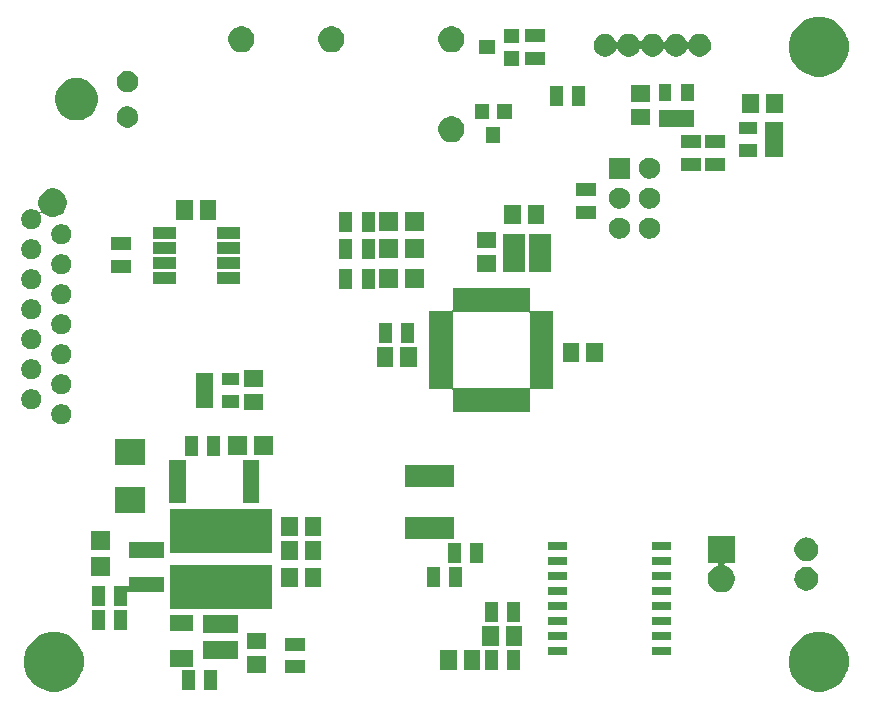
<source format=gts>
G04 #@! TF.GenerationSoftware,KiCad,Pcbnew,5.0.2-bee76a0~70~ubuntu16.04.1*
G04 #@! TF.CreationDate,2019-03-25T22:48:36-04:00*
G04 #@! TF.ProjectId,BMS_core,424d535f-636f-4726-952e-6b696361645f,rev?*
G04 #@! TF.SameCoordinates,Original*
G04 #@! TF.FileFunction,Soldermask,Top*
G04 #@! TF.FilePolarity,Negative*
%FSLAX46Y46*%
G04 Gerber Fmt 4.6, Leading zero omitted, Abs format (unit mm)*
G04 Created by KiCad (PCBNEW 5.0.2-bee76a0~70~ubuntu16.04.1) date Mon 25 Mar 2019 10:48:36 PM EDT*
%MOMM*%
%LPD*%
G01*
G04 APERTURE LIST*
%ADD10C,0.100000*%
G04 APERTURE END LIST*
D10*
G36*
X113131250Y-102347899D02*
X113131252Y-102347900D01*
X113131253Y-102347900D01*
X113590610Y-102538172D01*
X114004023Y-102814406D01*
X114355594Y-103165977D01*
X114355596Y-103165980D01*
X114631828Y-103579390D01*
X114732735Y-103823000D01*
X114822101Y-104038750D01*
X114919100Y-104526396D01*
X114919100Y-105023604D01*
X114824737Y-105498000D01*
X114822100Y-105511253D01*
X114716166Y-105767000D01*
X114631828Y-105970610D01*
X114355594Y-106384023D01*
X114004023Y-106735594D01*
X114004020Y-106735596D01*
X113590610Y-107011828D01*
X113131253Y-107202100D01*
X113131252Y-107202100D01*
X113131250Y-107202101D01*
X112643604Y-107299100D01*
X112146396Y-107299100D01*
X111658750Y-107202101D01*
X111658748Y-107202100D01*
X111658747Y-107202100D01*
X111199390Y-107011828D01*
X110785980Y-106735596D01*
X110785977Y-106735594D01*
X110434406Y-106384023D01*
X110158172Y-105970610D01*
X110073834Y-105767000D01*
X109967900Y-105511253D01*
X109965264Y-105498000D01*
X109870900Y-105023604D01*
X109870900Y-104526396D01*
X109967899Y-104038750D01*
X110057266Y-103823000D01*
X110158172Y-103579390D01*
X110434404Y-103165980D01*
X110434406Y-103165977D01*
X110785977Y-102814406D01*
X111199390Y-102538172D01*
X111658747Y-102347900D01*
X111658748Y-102347900D01*
X111658750Y-102347899D01*
X112146396Y-102250900D01*
X112643604Y-102250900D01*
X113131250Y-102347899D01*
X113131250Y-102347899D01*
G37*
G36*
X48361250Y-102347899D02*
X48361252Y-102347900D01*
X48361253Y-102347900D01*
X48820610Y-102538172D01*
X49234023Y-102814406D01*
X49585594Y-103165977D01*
X49585596Y-103165980D01*
X49861828Y-103579390D01*
X49962735Y-103823000D01*
X50052101Y-104038750D01*
X50149100Y-104526396D01*
X50149100Y-105023604D01*
X50054737Y-105498000D01*
X50052100Y-105511253D01*
X49946166Y-105767000D01*
X49861828Y-105970610D01*
X49585594Y-106384023D01*
X49234023Y-106735594D01*
X49234020Y-106735596D01*
X48820610Y-107011828D01*
X48361253Y-107202100D01*
X48361252Y-107202100D01*
X48361250Y-107202101D01*
X47873604Y-107299100D01*
X47376396Y-107299100D01*
X46888750Y-107202101D01*
X46888748Y-107202100D01*
X46888747Y-107202100D01*
X46429390Y-107011828D01*
X46015980Y-106735596D01*
X46015977Y-106735594D01*
X45664406Y-106384023D01*
X45388172Y-105970610D01*
X45303834Y-105767000D01*
X45197900Y-105511253D01*
X45195264Y-105498000D01*
X45100900Y-105023604D01*
X45100900Y-104526396D01*
X45197899Y-104038750D01*
X45287266Y-103823000D01*
X45388172Y-103579390D01*
X45664404Y-103165980D01*
X45664406Y-103165977D01*
X46015977Y-102814406D01*
X46429390Y-102538172D01*
X46888747Y-102347900D01*
X46888748Y-102347900D01*
X46888750Y-102347899D01*
X47376396Y-102250900D01*
X47873604Y-102250900D01*
X48361250Y-102347899D01*
X48361250Y-102347899D01*
G37*
G36*
X61444000Y-107149000D02*
X60344000Y-107149000D01*
X60344000Y-105449000D01*
X61444000Y-105449000D01*
X61444000Y-107149000D01*
X61444000Y-107149000D01*
G37*
G36*
X59544000Y-107149000D02*
X58444000Y-107149000D01*
X58444000Y-105449000D01*
X59544000Y-105449000D01*
X59544000Y-107149000D01*
X59544000Y-107149000D01*
G37*
G36*
X68922000Y-105767000D02*
X67222000Y-105767000D01*
X67222000Y-104667000D01*
X68922000Y-104667000D01*
X68922000Y-105767000D01*
X68922000Y-105767000D01*
G37*
G36*
X65595000Y-105713000D02*
X63945000Y-105713000D01*
X63945000Y-104313000D01*
X65595000Y-104313000D01*
X65595000Y-105713000D01*
X65595000Y-105713000D01*
G37*
G36*
X85198000Y-105498000D02*
X84098000Y-105498000D01*
X84098000Y-103798000D01*
X85198000Y-103798000D01*
X85198000Y-105498000D01*
X85198000Y-105498000D01*
G37*
G36*
X87098000Y-105498000D02*
X85998000Y-105498000D01*
X85998000Y-103798000D01*
X87098000Y-103798000D01*
X87098000Y-105498000D01*
X87098000Y-105498000D01*
G37*
G36*
X81742000Y-105473000D02*
X80342000Y-105473000D01*
X80342000Y-103823000D01*
X81742000Y-103823000D01*
X81742000Y-105473000D01*
X81742000Y-105473000D01*
G37*
G36*
X83742000Y-105473000D02*
X82342000Y-105473000D01*
X82342000Y-103823000D01*
X83742000Y-103823000D01*
X83742000Y-105473000D01*
X83742000Y-105473000D01*
G37*
G36*
X59420000Y-105197000D02*
X57420000Y-105197000D01*
X57420000Y-103797000D01*
X59420000Y-103797000D01*
X59420000Y-105197000D01*
X59420000Y-105197000D01*
G37*
G36*
X63235100Y-104509500D02*
X60285100Y-104509500D01*
X60285100Y-103049500D01*
X63235100Y-103049500D01*
X63235100Y-104509500D01*
X63235100Y-104509500D01*
G37*
G36*
X99860000Y-104236000D02*
X98260000Y-104236000D01*
X98260000Y-103536000D01*
X99860000Y-103536000D01*
X99860000Y-104236000D01*
X99860000Y-104236000D01*
G37*
G36*
X91060000Y-104236000D02*
X89460000Y-104236000D01*
X89460000Y-103536000D01*
X91060000Y-103536000D01*
X91060000Y-104236000D01*
X91060000Y-104236000D01*
G37*
G36*
X68922000Y-103867000D02*
X67222000Y-103867000D01*
X67222000Y-102767000D01*
X68922000Y-102767000D01*
X68922000Y-103867000D01*
X68922000Y-103867000D01*
G37*
G36*
X65595000Y-103713000D02*
X63945000Y-103713000D01*
X63945000Y-102313000D01*
X65595000Y-102313000D01*
X65595000Y-103713000D01*
X65595000Y-103713000D01*
G37*
G36*
X85298000Y-103441000D02*
X83898000Y-103441000D01*
X83898000Y-101791000D01*
X85298000Y-101791000D01*
X85298000Y-103441000D01*
X85298000Y-103441000D01*
G37*
G36*
X87298000Y-103441000D02*
X85898000Y-103441000D01*
X85898000Y-101791000D01*
X87298000Y-101791000D01*
X87298000Y-103441000D01*
X87298000Y-103441000D01*
G37*
G36*
X91060000Y-102966000D02*
X89460000Y-102966000D01*
X89460000Y-102266000D01*
X91060000Y-102266000D01*
X91060000Y-102966000D01*
X91060000Y-102966000D01*
G37*
G36*
X99860000Y-102966000D02*
X98260000Y-102966000D01*
X98260000Y-102266000D01*
X99860000Y-102266000D01*
X99860000Y-102966000D01*
X99860000Y-102966000D01*
G37*
G36*
X63235100Y-102309500D02*
X60285100Y-102309500D01*
X60285100Y-100849500D01*
X63235100Y-100849500D01*
X63235100Y-102309500D01*
X63235100Y-102309500D01*
G37*
G36*
X59420000Y-102197000D02*
X57420000Y-102197000D01*
X57420000Y-100797000D01*
X59420000Y-100797000D01*
X59420000Y-102197000D01*
X59420000Y-102197000D01*
G37*
G36*
X53824000Y-102069000D02*
X52724000Y-102069000D01*
X52724000Y-100369000D01*
X53824000Y-100369000D01*
X53824000Y-102069000D01*
X53824000Y-102069000D01*
G37*
G36*
X51924000Y-102069000D02*
X50824000Y-102069000D01*
X50824000Y-100369000D01*
X51924000Y-100369000D01*
X51924000Y-102069000D01*
X51924000Y-102069000D01*
G37*
G36*
X91060000Y-101696000D02*
X89460000Y-101696000D01*
X89460000Y-100996000D01*
X91060000Y-100996000D01*
X91060000Y-101696000D01*
X91060000Y-101696000D01*
G37*
G36*
X99860000Y-101696000D02*
X98260000Y-101696000D01*
X98260000Y-100996000D01*
X99860000Y-100996000D01*
X99860000Y-101696000D01*
X99860000Y-101696000D01*
G37*
G36*
X87098000Y-101434000D02*
X85998000Y-101434000D01*
X85998000Y-99734000D01*
X87098000Y-99734000D01*
X87098000Y-101434000D01*
X87098000Y-101434000D01*
G37*
G36*
X85198000Y-101434000D02*
X84098000Y-101434000D01*
X84098000Y-99734000D01*
X85198000Y-99734000D01*
X85198000Y-101434000D01*
X85198000Y-101434000D01*
G37*
G36*
X99860000Y-100426000D02*
X98260000Y-100426000D01*
X98260000Y-99726000D01*
X99860000Y-99726000D01*
X99860000Y-100426000D01*
X99860000Y-100426000D01*
G37*
G36*
X91060000Y-100426000D02*
X89460000Y-100426000D01*
X89460000Y-99726000D01*
X91060000Y-99726000D01*
X91060000Y-100426000D01*
X91060000Y-100426000D01*
G37*
G36*
X66085500Y-100275500D02*
X57485500Y-100275500D01*
X57485500Y-96575500D01*
X66085500Y-96575500D01*
X66085500Y-100275500D01*
X66085500Y-100275500D01*
G37*
G36*
X56929500Y-98879500D02*
X53949000Y-98879500D01*
X53924614Y-98881902D01*
X53901165Y-98889015D01*
X53879554Y-98900566D01*
X53860612Y-98916112D01*
X53845066Y-98935054D01*
X53833515Y-98956665D01*
X53826402Y-98980114D01*
X53824000Y-99004500D01*
X53824000Y-100037000D01*
X52724000Y-100037000D01*
X52724000Y-98337000D01*
X53904500Y-98337000D01*
X53928886Y-98334598D01*
X53952335Y-98327485D01*
X53973946Y-98315934D01*
X53992888Y-98300388D01*
X54008434Y-98281446D01*
X54019985Y-98259835D01*
X54027098Y-98236386D01*
X54029500Y-98212000D01*
X54029500Y-97579500D01*
X56929500Y-97579500D01*
X56929500Y-98879500D01*
X56929500Y-98879500D01*
G37*
G36*
X51924000Y-100037000D02*
X50824000Y-100037000D01*
X50824000Y-98337000D01*
X51924000Y-98337000D01*
X51924000Y-100037000D01*
X51924000Y-100037000D01*
G37*
G36*
X91060000Y-99156000D02*
X89460000Y-99156000D01*
X89460000Y-98456000D01*
X91060000Y-98456000D01*
X91060000Y-99156000D01*
X91060000Y-99156000D01*
G37*
G36*
X99860000Y-99156000D02*
X98260000Y-99156000D01*
X98260000Y-98456000D01*
X99860000Y-98456000D01*
X99860000Y-99156000D01*
X99860000Y-99156000D01*
G37*
G36*
X105290000Y-96400000D02*
X104514323Y-96400000D01*
X104489937Y-96402402D01*
X104466488Y-96409515D01*
X104444877Y-96421066D01*
X104425935Y-96436612D01*
X104410389Y-96455554D01*
X104398838Y-96477165D01*
X104391725Y-96500614D01*
X104389323Y-96525000D01*
X104391725Y-96549386D01*
X104398838Y-96572835D01*
X104410389Y-96594446D01*
X104425935Y-96613388D01*
X104444877Y-96628934D01*
X104466488Y-96640485D01*
X104475442Y-96644194D01*
X104475443Y-96644194D01*
X104543741Y-96672484D01*
X104684728Y-96730883D01*
X104873085Y-96856739D01*
X105033261Y-97016915D01*
X105159117Y-97205272D01*
X105245806Y-97414557D01*
X105290000Y-97636734D01*
X105290000Y-97863266D01*
X105245806Y-98085443D01*
X105159117Y-98294728D01*
X105033261Y-98483085D01*
X104873085Y-98643261D01*
X104684728Y-98769117D01*
X104475443Y-98855806D01*
X104253266Y-98900000D01*
X104026734Y-98900000D01*
X103804557Y-98855806D01*
X103595272Y-98769117D01*
X103406915Y-98643261D01*
X103246739Y-98483085D01*
X103120883Y-98294728D01*
X103034194Y-98085443D01*
X102990000Y-97863266D01*
X102990000Y-97636734D01*
X103034194Y-97414557D01*
X103120883Y-97205272D01*
X103246739Y-97016915D01*
X103406915Y-96856739D01*
X103595272Y-96730883D01*
X103736259Y-96672484D01*
X103804557Y-96644194D01*
X103804558Y-96644194D01*
X103813512Y-96640485D01*
X103835123Y-96628934D01*
X103854065Y-96613388D01*
X103869611Y-96594446D01*
X103881162Y-96572835D01*
X103888275Y-96549386D01*
X103890677Y-96525000D01*
X103888275Y-96500614D01*
X103881162Y-96477165D01*
X103869611Y-96455554D01*
X103854065Y-96436612D01*
X103835123Y-96421066D01*
X103813512Y-96409515D01*
X103790063Y-96402402D01*
X103765677Y-96400000D01*
X102990000Y-96400000D01*
X102990000Y-94100000D01*
X105290000Y-94100000D01*
X105290000Y-96400000D01*
X105290000Y-96400000D01*
G37*
G36*
X111495770Y-96765372D02*
X111611689Y-96788429D01*
X111793678Y-96863811D01*
X111957463Y-96973249D01*
X112096751Y-97112537D01*
X112206189Y-97276322D01*
X112281571Y-97458311D01*
X112304628Y-97574230D01*
X112320000Y-97651507D01*
X112320000Y-97848493D01*
X112317061Y-97863266D01*
X112281571Y-98041689D01*
X112206189Y-98223678D01*
X112096751Y-98387463D01*
X111957463Y-98526751D01*
X111793678Y-98636189D01*
X111611689Y-98711571D01*
X111495770Y-98734628D01*
X111418493Y-98750000D01*
X111221507Y-98750000D01*
X111144230Y-98734628D01*
X111028311Y-98711571D01*
X110846322Y-98636189D01*
X110682537Y-98526751D01*
X110543249Y-98387463D01*
X110433811Y-98223678D01*
X110358429Y-98041689D01*
X110322939Y-97863266D01*
X110320000Y-97848493D01*
X110320000Y-97651507D01*
X110335372Y-97574230D01*
X110358429Y-97458311D01*
X110433811Y-97276322D01*
X110543249Y-97112537D01*
X110682537Y-96973249D01*
X110846322Y-96863811D01*
X111028311Y-96788429D01*
X111144230Y-96765372D01*
X111221507Y-96750000D01*
X111418493Y-96750000D01*
X111495770Y-96765372D01*
X111495770Y-96765372D01*
G37*
G36*
X70280000Y-98488000D02*
X68880000Y-98488000D01*
X68880000Y-96838000D01*
X70280000Y-96838000D01*
X70280000Y-98488000D01*
X70280000Y-98488000D01*
G37*
G36*
X68280000Y-98488000D02*
X66880000Y-98488000D01*
X66880000Y-96838000D01*
X68280000Y-96838000D01*
X68280000Y-98488000D01*
X68280000Y-98488000D01*
G37*
G36*
X82193511Y-98447383D02*
X81093511Y-98447383D01*
X81093511Y-96747383D01*
X82193511Y-96747383D01*
X82193511Y-98447383D01*
X82193511Y-98447383D01*
G37*
G36*
X80293511Y-98447383D02*
X79193511Y-98447383D01*
X79193511Y-96747383D01*
X80293511Y-96747383D01*
X80293511Y-98447383D01*
X80293511Y-98447383D01*
G37*
G36*
X91060000Y-97886000D02*
X89460000Y-97886000D01*
X89460000Y-97186000D01*
X91060000Y-97186000D01*
X91060000Y-97886000D01*
X91060000Y-97886000D01*
G37*
G36*
X99860000Y-97886000D02*
X98260000Y-97886000D01*
X98260000Y-97186000D01*
X99860000Y-97186000D01*
X99860000Y-97886000D01*
X99860000Y-97886000D01*
G37*
G36*
X52362000Y-97531000D02*
X50762000Y-97531000D01*
X50762000Y-95931000D01*
X52362000Y-95931000D01*
X52362000Y-97531000D01*
X52362000Y-97531000D01*
G37*
G36*
X91060000Y-96616000D02*
X89460000Y-96616000D01*
X89460000Y-95916000D01*
X91060000Y-95916000D01*
X91060000Y-96616000D01*
X91060000Y-96616000D01*
G37*
G36*
X99860000Y-96616000D02*
X98260000Y-96616000D01*
X98260000Y-95916000D01*
X99860000Y-95916000D01*
X99860000Y-96616000D01*
X99860000Y-96616000D01*
G37*
G36*
X83971511Y-96415383D02*
X82871511Y-96415383D01*
X82871511Y-94715383D01*
X83971511Y-94715383D01*
X83971511Y-96415383D01*
X83971511Y-96415383D01*
G37*
G36*
X82071511Y-96415383D02*
X80971511Y-96415383D01*
X80971511Y-94715383D01*
X82071511Y-94715383D01*
X82071511Y-96415383D01*
X82071511Y-96415383D01*
G37*
G36*
X111495770Y-94265372D02*
X111611689Y-94288429D01*
X111793678Y-94363811D01*
X111957463Y-94473249D01*
X112096751Y-94612537D01*
X112206189Y-94776322D01*
X112281571Y-94958311D01*
X112320000Y-95151509D01*
X112320000Y-95348491D01*
X112281571Y-95541689D01*
X112206189Y-95723678D01*
X112096751Y-95887463D01*
X111957463Y-96026751D01*
X111793678Y-96136189D01*
X111611689Y-96211571D01*
X111495770Y-96234628D01*
X111418493Y-96250000D01*
X111221507Y-96250000D01*
X111144230Y-96234628D01*
X111028311Y-96211571D01*
X110846322Y-96136189D01*
X110682537Y-96026751D01*
X110543249Y-95887463D01*
X110433811Y-95723678D01*
X110358429Y-95541689D01*
X110320000Y-95348491D01*
X110320000Y-95151509D01*
X110358429Y-94958311D01*
X110433811Y-94776322D01*
X110543249Y-94612537D01*
X110682537Y-94473249D01*
X110846322Y-94363811D01*
X111028311Y-94288429D01*
X111144230Y-94265372D01*
X111221507Y-94250000D01*
X111418493Y-94250000D01*
X111495770Y-94265372D01*
X111495770Y-94265372D01*
G37*
G36*
X70280000Y-96202000D02*
X68880000Y-96202000D01*
X68880000Y-94552000D01*
X70280000Y-94552000D01*
X70280000Y-96202000D01*
X70280000Y-96202000D01*
G37*
G36*
X68280000Y-96202000D02*
X66880000Y-96202000D01*
X66880000Y-94552000D01*
X68280000Y-94552000D01*
X68280000Y-96202000D01*
X68280000Y-96202000D01*
G37*
G36*
X56929500Y-95979500D02*
X54029500Y-95979500D01*
X54029500Y-94679500D01*
X56929500Y-94679500D01*
X56929500Y-95979500D01*
X56929500Y-95979500D01*
G37*
G36*
X66085500Y-95575500D02*
X57485500Y-95575500D01*
X57485500Y-91875500D01*
X66085500Y-91875500D01*
X66085500Y-95575500D01*
X66085500Y-95575500D01*
G37*
G36*
X99860000Y-95346000D02*
X98260000Y-95346000D01*
X98260000Y-94646000D01*
X99860000Y-94646000D01*
X99860000Y-95346000D01*
X99860000Y-95346000D01*
G37*
G36*
X91060000Y-95346000D02*
X89460000Y-95346000D01*
X89460000Y-94646000D01*
X91060000Y-94646000D01*
X91060000Y-95346000D01*
X91060000Y-95346000D01*
G37*
G36*
X52362000Y-95331000D02*
X50762000Y-95331000D01*
X50762000Y-93731000D01*
X52362000Y-93731000D01*
X52362000Y-95331000D01*
X52362000Y-95331000D01*
G37*
G36*
X81523511Y-94347383D02*
X77323511Y-94347383D01*
X77323511Y-92547383D01*
X81523511Y-92547383D01*
X81523511Y-94347383D01*
X81523511Y-94347383D01*
G37*
G36*
X68280000Y-94170000D02*
X66880000Y-94170000D01*
X66880000Y-92520000D01*
X68280000Y-92520000D01*
X68280000Y-94170000D01*
X68280000Y-94170000D01*
G37*
G36*
X70280000Y-94170000D02*
X68880000Y-94170000D01*
X68880000Y-92520000D01*
X70280000Y-92520000D01*
X70280000Y-94170000D01*
X70280000Y-94170000D01*
G37*
G36*
X55381500Y-92148000D02*
X52822500Y-92148000D01*
X52822500Y-89970000D01*
X55381500Y-89970000D01*
X55381500Y-92148000D01*
X55381500Y-92148000D01*
G37*
G36*
X65014000Y-91335000D02*
X63614000Y-91335000D01*
X63614000Y-87735000D01*
X65014000Y-87735000D01*
X65014000Y-91335000D01*
X65014000Y-91335000D01*
G37*
G36*
X58814000Y-91335000D02*
X57414000Y-91335000D01*
X57414000Y-87735000D01*
X58814000Y-87735000D01*
X58814000Y-91335000D01*
X58814000Y-91335000D01*
G37*
G36*
X81523511Y-89947383D02*
X77323511Y-89947383D01*
X77323511Y-88147383D01*
X81523511Y-88147383D01*
X81523511Y-89947383D01*
X81523511Y-89947383D01*
G37*
G36*
X55381500Y-88084000D02*
X52822500Y-88084000D01*
X52822500Y-85906000D01*
X55381500Y-85906000D01*
X55381500Y-88084000D01*
X55381500Y-88084000D01*
G37*
G36*
X61698000Y-87337000D02*
X60598000Y-87337000D01*
X60598000Y-85637000D01*
X61698000Y-85637000D01*
X61698000Y-87337000D01*
X61698000Y-87337000D01*
G37*
G36*
X59798000Y-87337000D02*
X58698000Y-87337000D01*
X58698000Y-85637000D01*
X59798000Y-85637000D01*
X59798000Y-87337000D01*
X59798000Y-87337000D01*
G37*
G36*
X63962000Y-87287000D02*
X62362000Y-87287000D01*
X62362000Y-85687000D01*
X63962000Y-85687000D01*
X63962000Y-87287000D01*
X63962000Y-87287000D01*
G37*
G36*
X66162000Y-87287000D02*
X64562000Y-87287000D01*
X64562000Y-85687000D01*
X66162000Y-85687000D01*
X66162000Y-87287000D01*
X66162000Y-87287000D01*
G37*
G36*
X48507934Y-83002664D02*
X48662627Y-83066740D01*
X48801847Y-83159764D01*
X48920236Y-83278153D01*
X49013260Y-83417373D01*
X49077336Y-83572066D01*
X49110000Y-83736281D01*
X49110000Y-83903719D01*
X49077336Y-84067934D01*
X49013260Y-84222627D01*
X48920236Y-84361847D01*
X48801847Y-84480236D01*
X48662627Y-84573260D01*
X48507934Y-84637336D01*
X48343719Y-84670000D01*
X48176281Y-84670000D01*
X48012066Y-84637336D01*
X47857373Y-84573260D01*
X47718153Y-84480236D01*
X47599764Y-84361847D01*
X47506740Y-84222627D01*
X47442664Y-84067934D01*
X47410000Y-83903719D01*
X47410000Y-83736281D01*
X47442664Y-83572066D01*
X47506740Y-83417373D01*
X47599764Y-83278153D01*
X47718153Y-83159764D01*
X47857373Y-83066740D01*
X48012066Y-83002664D01*
X48176281Y-82970000D01*
X48343719Y-82970000D01*
X48507934Y-83002664D01*
X48507934Y-83002664D01*
G37*
G36*
X87930257Y-74992242D02*
X87932659Y-75016628D01*
X87939772Y-75040077D01*
X87951323Y-75061688D01*
X87966869Y-75080630D01*
X87985811Y-75096176D01*
X88007422Y-75107727D01*
X88030871Y-75114840D01*
X88055257Y-75117242D01*
X89905257Y-75117242D01*
X89905257Y-81667242D01*
X88055257Y-81667242D01*
X88030871Y-81669644D01*
X88007422Y-81676757D01*
X87985811Y-81688308D01*
X87966869Y-81703854D01*
X87951323Y-81722796D01*
X87939772Y-81744407D01*
X87932659Y-81767856D01*
X87930257Y-81792242D01*
X87930257Y-83642242D01*
X81380257Y-83642242D01*
X81380257Y-81792242D01*
X81377855Y-81767856D01*
X81370742Y-81744407D01*
X81359191Y-81722796D01*
X81343645Y-81703854D01*
X81324703Y-81688308D01*
X81303092Y-81676757D01*
X81279643Y-81669644D01*
X81255257Y-81667242D01*
X79405257Y-81667242D01*
X79405257Y-75267242D01*
X81405257Y-75267242D01*
X81405257Y-81517242D01*
X81407659Y-81541628D01*
X81414772Y-81565077D01*
X81426323Y-81586688D01*
X81441869Y-81605630D01*
X81460811Y-81621176D01*
X81482422Y-81632727D01*
X81505871Y-81639840D01*
X81530257Y-81642242D01*
X87780257Y-81642242D01*
X87804643Y-81639840D01*
X87828092Y-81632727D01*
X87849703Y-81621176D01*
X87868645Y-81605630D01*
X87884191Y-81586688D01*
X87895742Y-81565077D01*
X87902855Y-81541628D01*
X87905257Y-81517242D01*
X87905257Y-75267242D01*
X87902855Y-75242856D01*
X87895742Y-75219407D01*
X87884191Y-75197796D01*
X87868645Y-75178854D01*
X87849703Y-75163308D01*
X87828092Y-75151757D01*
X87804643Y-75144644D01*
X87780257Y-75142242D01*
X81530257Y-75142242D01*
X81505871Y-75144644D01*
X81482422Y-75151757D01*
X81460811Y-75163308D01*
X81441869Y-75178854D01*
X81426323Y-75197796D01*
X81414772Y-75219407D01*
X81407659Y-75242856D01*
X81405257Y-75267242D01*
X79405257Y-75267242D01*
X79405257Y-75117242D01*
X81255257Y-75117242D01*
X81279643Y-75114840D01*
X81303092Y-75107727D01*
X81324703Y-75096176D01*
X81343645Y-75080630D01*
X81359191Y-75061688D01*
X81370742Y-75040077D01*
X81377855Y-75016628D01*
X81380257Y-74992242D01*
X81380257Y-73142242D01*
X87930257Y-73142242D01*
X87930257Y-74992242D01*
X87930257Y-74992242D01*
G37*
G36*
X65341000Y-83488000D02*
X63691000Y-83488000D01*
X63691000Y-82088000D01*
X65341000Y-82088000D01*
X65341000Y-83488000D01*
X65341000Y-83488000D01*
G37*
G36*
X45967934Y-81732664D02*
X46122627Y-81796740D01*
X46261847Y-81889764D01*
X46380236Y-82008153D01*
X46473260Y-82147373D01*
X46537336Y-82302066D01*
X46570000Y-82466281D01*
X46570000Y-82633719D01*
X46537336Y-82797934D01*
X46473260Y-82952627D01*
X46380236Y-83091847D01*
X46261847Y-83210236D01*
X46122627Y-83303260D01*
X45967934Y-83367336D01*
X45803719Y-83400000D01*
X45636281Y-83400000D01*
X45472066Y-83367336D01*
X45317373Y-83303260D01*
X45178153Y-83210236D01*
X45059764Y-83091847D01*
X44966740Y-82952627D01*
X44902664Y-82797934D01*
X44870000Y-82633719D01*
X44870000Y-82466281D01*
X44902664Y-82302066D01*
X44966740Y-82147373D01*
X45059764Y-82008153D01*
X45178153Y-81889764D01*
X45317373Y-81796740D01*
X45472066Y-81732664D01*
X45636281Y-81700000D01*
X45803719Y-81700000D01*
X45967934Y-81732664D01*
X45967934Y-81732664D01*
G37*
G36*
X61098000Y-83263000D02*
X59638000Y-83263000D01*
X59638000Y-80313000D01*
X61098000Y-80313000D01*
X61098000Y-83263000D01*
X61098000Y-83263000D01*
G37*
G36*
X63298000Y-83263000D02*
X61838000Y-83263000D01*
X61838000Y-82213000D01*
X63298000Y-82213000D01*
X63298000Y-83263000D01*
X63298000Y-83263000D01*
G37*
G36*
X48507934Y-80462664D02*
X48662627Y-80526740D01*
X48801847Y-80619764D01*
X48920236Y-80738153D01*
X49013260Y-80877373D01*
X49077336Y-81032066D01*
X49110000Y-81196281D01*
X49110000Y-81363719D01*
X49077336Y-81527934D01*
X49013260Y-81682627D01*
X48920236Y-81821847D01*
X48801847Y-81940236D01*
X48662627Y-82033260D01*
X48507934Y-82097336D01*
X48343719Y-82130000D01*
X48176281Y-82130000D01*
X48012066Y-82097336D01*
X47857373Y-82033260D01*
X47718153Y-81940236D01*
X47599764Y-81821847D01*
X47506740Y-81682627D01*
X47442664Y-81527934D01*
X47410000Y-81363719D01*
X47410000Y-81196281D01*
X47442664Y-81032066D01*
X47506740Y-80877373D01*
X47599764Y-80738153D01*
X47718153Y-80619764D01*
X47857373Y-80526740D01*
X48012066Y-80462664D01*
X48176281Y-80430000D01*
X48343719Y-80430000D01*
X48507934Y-80462664D01*
X48507934Y-80462664D01*
G37*
G36*
X65341000Y-81488000D02*
X63691000Y-81488000D01*
X63691000Y-80088000D01*
X65341000Y-80088000D01*
X65341000Y-81488000D01*
X65341000Y-81488000D01*
G37*
G36*
X63298000Y-81363000D02*
X61838000Y-81363000D01*
X61838000Y-80313000D01*
X63298000Y-80313000D01*
X63298000Y-81363000D01*
X63298000Y-81363000D01*
G37*
G36*
X45967934Y-79192664D02*
X46122627Y-79256740D01*
X46261847Y-79349764D01*
X46380236Y-79468153D01*
X46473260Y-79607373D01*
X46537336Y-79762066D01*
X46570000Y-79926281D01*
X46570000Y-80093719D01*
X46537336Y-80257934D01*
X46473260Y-80412627D01*
X46380236Y-80551847D01*
X46261847Y-80670236D01*
X46122627Y-80763260D01*
X45967934Y-80827336D01*
X45803719Y-80860000D01*
X45636281Y-80860000D01*
X45472066Y-80827336D01*
X45317373Y-80763260D01*
X45178153Y-80670236D01*
X45059764Y-80551847D01*
X44966740Y-80412627D01*
X44902664Y-80257934D01*
X44870000Y-80093719D01*
X44870000Y-79926281D01*
X44902664Y-79762066D01*
X44966740Y-79607373D01*
X45059764Y-79468153D01*
X45178153Y-79349764D01*
X45317373Y-79256740D01*
X45472066Y-79192664D01*
X45636281Y-79160000D01*
X45803719Y-79160000D01*
X45967934Y-79192664D01*
X45967934Y-79192664D01*
G37*
G36*
X76354257Y-79788742D02*
X74954257Y-79788742D01*
X74954257Y-78138742D01*
X76354257Y-78138742D01*
X76354257Y-79788742D01*
X76354257Y-79788742D01*
G37*
G36*
X78354257Y-79788742D02*
X76954257Y-79788742D01*
X76954257Y-78138742D01*
X78354257Y-78138742D01*
X78354257Y-79788742D01*
X78354257Y-79788742D01*
G37*
G36*
X48507934Y-77922664D02*
X48662627Y-77986740D01*
X48801847Y-78079764D01*
X48920236Y-78198153D01*
X49013260Y-78337373D01*
X49077336Y-78492066D01*
X49110000Y-78656281D01*
X49110000Y-78823719D01*
X49077336Y-78987934D01*
X49013260Y-79142627D01*
X48920236Y-79281847D01*
X48801847Y-79400236D01*
X48662627Y-79493260D01*
X48507934Y-79557336D01*
X48343719Y-79590000D01*
X48176281Y-79590000D01*
X48012066Y-79557336D01*
X47857373Y-79493260D01*
X47718153Y-79400236D01*
X47599764Y-79281847D01*
X47506740Y-79142627D01*
X47442664Y-78987934D01*
X47410000Y-78823719D01*
X47410000Y-78656281D01*
X47442664Y-78492066D01*
X47506740Y-78337373D01*
X47599764Y-78198153D01*
X47718153Y-78079764D01*
X47857373Y-77986740D01*
X48012066Y-77922664D01*
X48176281Y-77890000D01*
X48343719Y-77890000D01*
X48507934Y-77922664D01*
X48507934Y-77922664D01*
G37*
G36*
X94102257Y-79407742D02*
X92702257Y-79407742D01*
X92702257Y-77757742D01*
X94102257Y-77757742D01*
X94102257Y-79407742D01*
X94102257Y-79407742D01*
G37*
G36*
X92102257Y-79407742D02*
X90702257Y-79407742D01*
X90702257Y-77757742D01*
X92102257Y-77757742D01*
X92102257Y-79407742D01*
X92102257Y-79407742D01*
G37*
G36*
X45967934Y-76652664D02*
X46122627Y-76716740D01*
X46261847Y-76809764D01*
X46380236Y-76928153D01*
X46473260Y-77067373D01*
X46537336Y-77222066D01*
X46570000Y-77386281D01*
X46570000Y-77553719D01*
X46537336Y-77717934D01*
X46473260Y-77872627D01*
X46380236Y-78011847D01*
X46261847Y-78130236D01*
X46122627Y-78223260D01*
X45967934Y-78287336D01*
X45803719Y-78320000D01*
X45636281Y-78320000D01*
X45472066Y-78287336D01*
X45317373Y-78223260D01*
X45178153Y-78130236D01*
X45059764Y-78011847D01*
X44966740Y-77872627D01*
X44902664Y-77717934D01*
X44870000Y-77553719D01*
X44870000Y-77386281D01*
X44902664Y-77222066D01*
X44966740Y-77067373D01*
X45059764Y-76928153D01*
X45178153Y-76809764D01*
X45317373Y-76716740D01*
X45472066Y-76652664D01*
X45636281Y-76620000D01*
X45803719Y-76620000D01*
X45967934Y-76652664D01*
X45967934Y-76652664D01*
G37*
G36*
X78154257Y-77781742D02*
X77054257Y-77781742D01*
X77054257Y-76081742D01*
X78154257Y-76081742D01*
X78154257Y-77781742D01*
X78154257Y-77781742D01*
G37*
G36*
X76254257Y-77781742D02*
X75154257Y-77781742D01*
X75154257Y-76081742D01*
X76254257Y-76081742D01*
X76254257Y-77781742D01*
X76254257Y-77781742D01*
G37*
G36*
X48507934Y-75382664D02*
X48662627Y-75446740D01*
X48801847Y-75539764D01*
X48920236Y-75658153D01*
X49013260Y-75797373D01*
X49077336Y-75952066D01*
X49110000Y-76116281D01*
X49110000Y-76283719D01*
X49077336Y-76447934D01*
X49013260Y-76602627D01*
X48920236Y-76741847D01*
X48801847Y-76860236D01*
X48662627Y-76953260D01*
X48507934Y-77017336D01*
X48343719Y-77050000D01*
X48176281Y-77050000D01*
X48012066Y-77017336D01*
X47857373Y-76953260D01*
X47718153Y-76860236D01*
X47599764Y-76741847D01*
X47506740Y-76602627D01*
X47442664Y-76447934D01*
X47410000Y-76283719D01*
X47410000Y-76116281D01*
X47442664Y-75952066D01*
X47506740Y-75797373D01*
X47599764Y-75658153D01*
X47718153Y-75539764D01*
X47857373Y-75446740D01*
X48012066Y-75382664D01*
X48176281Y-75350000D01*
X48343719Y-75350000D01*
X48507934Y-75382664D01*
X48507934Y-75382664D01*
G37*
G36*
X45967934Y-74112664D02*
X46122627Y-74176740D01*
X46261847Y-74269764D01*
X46380236Y-74388153D01*
X46473260Y-74527373D01*
X46537336Y-74682066D01*
X46570000Y-74846281D01*
X46570000Y-75013719D01*
X46537336Y-75177934D01*
X46473260Y-75332627D01*
X46380236Y-75471847D01*
X46261847Y-75590236D01*
X46122627Y-75683260D01*
X45967934Y-75747336D01*
X45803719Y-75780000D01*
X45636281Y-75780000D01*
X45472066Y-75747336D01*
X45317373Y-75683260D01*
X45178153Y-75590236D01*
X45059764Y-75471847D01*
X44966740Y-75332627D01*
X44902664Y-75177934D01*
X44870000Y-75013719D01*
X44870000Y-74846281D01*
X44902664Y-74682066D01*
X44966740Y-74527373D01*
X45059764Y-74388153D01*
X45178153Y-74269764D01*
X45317373Y-74176740D01*
X45472066Y-74112664D01*
X45636281Y-74080000D01*
X45803719Y-74080000D01*
X45967934Y-74112664D01*
X45967934Y-74112664D01*
G37*
G36*
X48507934Y-72842664D02*
X48662627Y-72906740D01*
X48801847Y-72999764D01*
X48920236Y-73118153D01*
X49013260Y-73257373D01*
X49077336Y-73412066D01*
X49110000Y-73576281D01*
X49110000Y-73743719D01*
X49077336Y-73907934D01*
X49013260Y-74062627D01*
X48920236Y-74201847D01*
X48801847Y-74320236D01*
X48662627Y-74413260D01*
X48507934Y-74477336D01*
X48343719Y-74510000D01*
X48176281Y-74510000D01*
X48012066Y-74477336D01*
X47857373Y-74413260D01*
X47718153Y-74320236D01*
X47599764Y-74201847D01*
X47506740Y-74062627D01*
X47442664Y-73907934D01*
X47410000Y-73743719D01*
X47410000Y-73576281D01*
X47442664Y-73412066D01*
X47506740Y-73257373D01*
X47599764Y-73118153D01*
X47718153Y-72999764D01*
X47857373Y-72906740D01*
X48012066Y-72842664D01*
X48176281Y-72810000D01*
X48343719Y-72810000D01*
X48507934Y-72842664D01*
X48507934Y-72842664D01*
G37*
G36*
X45967934Y-71572664D02*
X46122627Y-71636740D01*
X46261847Y-71729764D01*
X46380236Y-71848153D01*
X46473260Y-71987373D01*
X46537336Y-72142066D01*
X46570000Y-72306281D01*
X46570000Y-72473719D01*
X46537336Y-72637934D01*
X46473260Y-72792627D01*
X46380236Y-72931847D01*
X46261847Y-73050236D01*
X46122627Y-73143260D01*
X45967934Y-73207336D01*
X45803719Y-73240000D01*
X45636281Y-73240000D01*
X45472066Y-73207336D01*
X45317373Y-73143260D01*
X45178153Y-73050236D01*
X45059764Y-72931847D01*
X44966740Y-72792627D01*
X44902664Y-72637934D01*
X44870000Y-72473719D01*
X44870000Y-72306281D01*
X44902664Y-72142066D01*
X44966740Y-71987373D01*
X45059764Y-71848153D01*
X45178153Y-71729764D01*
X45317373Y-71636740D01*
X45472066Y-71572664D01*
X45636281Y-71540000D01*
X45803719Y-71540000D01*
X45967934Y-71572664D01*
X45967934Y-71572664D01*
G37*
G36*
X72875928Y-73184976D02*
X71775928Y-73184976D01*
X71775928Y-71484976D01*
X72875928Y-71484976D01*
X72875928Y-73184976D01*
X72875928Y-73184976D01*
G37*
G36*
X74775928Y-73184976D02*
X73675928Y-73184976D01*
X73675928Y-71484976D01*
X74775928Y-71484976D01*
X74775928Y-73184976D01*
X74775928Y-73184976D01*
G37*
G36*
X78935257Y-73159742D02*
X77335257Y-73159742D01*
X77335257Y-71559742D01*
X78935257Y-71559742D01*
X78935257Y-73159742D01*
X78935257Y-73159742D01*
G37*
G36*
X76735257Y-73159742D02*
X75135257Y-73159742D01*
X75135257Y-71559742D01*
X76735257Y-71559742D01*
X76735257Y-73159742D01*
X76735257Y-73159742D01*
G37*
G36*
X63365000Y-72763000D02*
X61415000Y-72763000D01*
X61415000Y-71763000D01*
X63365000Y-71763000D01*
X63365000Y-72763000D01*
X63365000Y-72763000D01*
G37*
G36*
X57965000Y-72763000D02*
X56015000Y-72763000D01*
X56015000Y-71763000D01*
X57965000Y-71763000D01*
X57965000Y-72763000D01*
X57965000Y-72763000D01*
G37*
G36*
X48507934Y-70302664D02*
X48662627Y-70366740D01*
X48801847Y-70459764D01*
X48920236Y-70578153D01*
X49013260Y-70717373D01*
X49077336Y-70872066D01*
X49110000Y-71036281D01*
X49110000Y-71203719D01*
X49077336Y-71367934D01*
X49013260Y-71522627D01*
X48920236Y-71661847D01*
X48801847Y-71780236D01*
X48662627Y-71873260D01*
X48507934Y-71937336D01*
X48343719Y-71970000D01*
X48176281Y-71970000D01*
X48012066Y-71937336D01*
X47857373Y-71873260D01*
X47718153Y-71780236D01*
X47599764Y-71661847D01*
X47506740Y-71522627D01*
X47442664Y-71367934D01*
X47410000Y-71203719D01*
X47410000Y-71036281D01*
X47442664Y-70872066D01*
X47506740Y-70717373D01*
X47599764Y-70578153D01*
X47718153Y-70459764D01*
X47857373Y-70366740D01*
X48012066Y-70302664D01*
X48176281Y-70270000D01*
X48343719Y-70270000D01*
X48507934Y-70302664D01*
X48507934Y-70302664D01*
G37*
G36*
X54190000Y-71858000D02*
X52490000Y-71858000D01*
X52490000Y-70758000D01*
X54190000Y-70758000D01*
X54190000Y-71858000D01*
X54190000Y-71858000D01*
G37*
G36*
X87478804Y-71779681D02*
X85678804Y-71779681D01*
X85678804Y-68579681D01*
X87478804Y-68579681D01*
X87478804Y-71779681D01*
X87478804Y-71779681D01*
G37*
G36*
X89678804Y-71779681D02*
X87878804Y-71779681D01*
X87878804Y-68579681D01*
X89678804Y-68579681D01*
X89678804Y-71779681D01*
X89678804Y-71779681D01*
G37*
G36*
X85099257Y-71773742D02*
X83449257Y-71773742D01*
X83449257Y-70373742D01*
X85099257Y-70373742D01*
X85099257Y-71773742D01*
X85099257Y-71773742D01*
G37*
G36*
X57965000Y-71493000D02*
X56015000Y-71493000D01*
X56015000Y-70493000D01*
X57965000Y-70493000D01*
X57965000Y-71493000D01*
X57965000Y-71493000D01*
G37*
G36*
X63365000Y-71493000D02*
X61415000Y-71493000D01*
X61415000Y-70493000D01*
X63365000Y-70493000D01*
X63365000Y-71493000D01*
X63365000Y-71493000D01*
G37*
G36*
X45967934Y-69032664D02*
X46122627Y-69096740D01*
X46261847Y-69189764D01*
X46380236Y-69308153D01*
X46473260Y-69447373D01*
X46537336Y-69602066D01*
X46570000Y-69766281D01*
X46570000Y-69933719D01*
X46537336Y-70097934D01*
X46473260Y-70252627D01*
X46380236Y-70391847D01*
X46261847Y-70510236D01*
X46122627Y-70603260D01*
X45967934Y-70667336D01*
X45803719Y-70700000D01*
X45636281Y-70700000D01*
X45472066Y-70667336D01*
X45317373Y-70603260D01*
X45178153Y-70510236D01*
X45059764Y-70391847D01*
X44966740Y-70252627D01*
X44902664Y-70097934D01*
X44870000Y-69933719D01*
X44870000Y-69766281D01*
X44902664Y-69602066D01*
X44966740Y-69447373D01*
X45059764Y-69308153D01*
X45178153Y-69189764D01*
X45317373Y-69096740D01*
X45472066Y-69032664D01*
X45636281Y-69000000D01*
X45803719Y-69000000D01*
X45967934Y-69032664D01*
X45967934Y-69032664D01*
G37*
G36*
X74775928Y-70644976D02*
X73675928Y-70644976D01*
X73675928Y-68944976D01*
X74775928Y-68944976D01*
X74775928Y-70644976D01*
X74775928Y-70644976D01*
G37*
G36*
X72875928Y-70644976D02*
X71775928Y-70644976D01*
X71775928Y-68944976D01*
X72875928Y-68944976D01*
X72875928Y-70644976D01*
X72875928Y-70644976D01*
G37*
G36*
X78935257Y-70594976D02*
X77335257Y-70594976D01*
X77335257Y-68994976D01*
X78935257Y-68994976D01*
X78935257Y-70594976D01*
X78935257Y-70594976D01*
G37*
G36*
X76735257Y-70594976D02*
X75135257Y-70594976D01*
X75135257Y-68994976D01*
X76735257Y-68994976D01*
X76735257Y-70594976D01*
X76735257Y-70594976D01*
G37*
G36*
X63365000Y-70223000D02*
X61415000Y-70223000D01*
X61415000Y-69223000D01*
X63365000Y-69223000D01*
X63365000Y-70223000D01*
X63365000Y-70223000D01*
G37*
G36*
X57965000Y-70223000D02*
X56015000Y-70223000D01*
X56015000Y-69223000D01*
X57965000Y-69223000D01*
X57965000Y-70223000D01*
X57965000Y-70223000D01*
G37*
G36*
X54190000Y-69958000D02*
X52490000Y-69958000D01*
X52490000Y-68858000D01*
X54190000Y-68858000D01*
X54190000Y-69958000D01*
X54190000Y-69958000D01*
G37*
G36*
X85099257Y-69773742D02*
X83449257Y-69773742D01*
X83449257Y-68373742D01*
X85099257Y-68373742D01*
X85099257Y-69773742D01*
X85099257Y-69773742D01*
G37*
G36*
X48507934Y-67762664D02*
X48662627Y-67826740D01*
X48801847Y-67919764D01*
X48920236Y-68038153D01*
X49013260Y-68177373D01*
X49077336Y-68332066D01*
X49110000Y-68496281D01*
X49110000Y-68663719D01*
X49077336Y-68827934D01*
X49013260Y-68982627D01*
X48920236Y-69121847D01*
X48801847Y-69240236D01*
X48662627Y-69333260D01*
X48507934Y-69397336D01*
X48343719Y-69430000D01*
X48176281Y-69430000D01*
X48012066Y-69397336D01*
X47857373Y-69333260D01*
X47718153Y-69240236D01*
X47599764Y-69121847D01*
X47506740Y-68982627D01*
X47442664Y-68827934D01*
X47410000Y-68663719D01*
X47410000Y-68496281D01*
X47442664Y-68332066D01*
X47506740Y-68177373D01*
X47599764Y-68038153D01*
X47718153Y-67919764D01*
X47857373Y-67826740D01*
X48012066Y-67762664D01*
X48176281Y-67730000D01*
X48343719Y-67730000D01*
X48507934Y-67762664D01*
X48507934Y-67762664D01*
G37*
G36*
X95766521Y-67206586D02*
X95930309Y-67274429D01*
X96077720Y-67372926D01*
X96203074Y-67498280D01*
X96301571Y-67645691D01*
X96369414Y-67809479D01*
X96404000Y-67983356D01*
X96404000Y-68160644D01*
X96369414Y-68334521D01*
X96301571Y-68498309D01*
X96203074Y-68645720D01*
X96077720Y-68771074D01*
X95930309Y-68869571D01*
X95766521Y-68937414D01*
X95592644Y-68972000D01*
X95415356Y-68972000D01*
X95241479Y-68937414D01*
X95077691Y-68869571D01*
X94930280Y-68771074D01*
X94804926Y-68645720D01*
X94706429Y-68498309D01*
X94638586Y-68334521D01*
X94604000Y-68160644D01*
X94604000Y-67983356D01*
X94638586Y-67809479D01*
X94706429Y-67645691D01*
X94804926Y-67498280D01*
X94930280Y-67372926D01*
X95077691Y-67274429D01*
X95241479Y-67206586D01*
X95415356Y-67172000D01*
X95592644Y-67172000D01*
X95766521Y-67206586D01*
X95766521Y-67206586D01*
G37*
G36*
X98306521Y-67206586D02*
X98470309Y-67274429D01*
X98617720Y-67372926D01*
X98743074Y-67498280D01*
X98841571Y-67645691D01*
X98909414Y-67809479D01*
X98944000Y-67983356D01*
X98944000Y-68160644D01*
X98909414Y-68334521D01*
X98841571Y-68498309D01*
X98743074Y-68645720D01*
X98617720Y-68771074D01*
X98470309Y-68869571D01*
X98306521Y-68937414D01*
X98132644Y-68972000D01*
X97955356Y-68972000D01*
X97781479Y-68937414D01*
X97617691Y-68869571D01*
X97470280Y-68771074D01*
X97344926Y-68645720D01*
X97246429Y-68498309D01*
X97178586Y-68334521D01*
X97144000Y-68160644D01*
X97144000Y-67983356D01*
X97178586Y-67809479D01*
X97246429Y-67645691D01*
X97344926Y-67498280D01*
X97470280Y-67372926D01*
X97617691Y-67274429D01*
X97781479Y-67206586D01*
X97955356Y-67172000D01*
X98132644Y-67172000D01*
X98306521Y-67206586D01*
X98306521Y-67206586D01*
G37*
G36*
X63365000Y-68953000D02*
X61415000Y-68953000D01*
X61415000Y-67953000D01*
X63365000Y-67953000D01*
X63365000Y-68953000D01*
X63365000Y-68953000D01*
G37*
G36*
X57965000Y-68953000D02*
X56015000Y-68953000D01*
X56015000Y-67953000D01*
X57965000Y-67953000D01*
X57965000Y-68953000D01*
X57965000Y-68953000D01*
G37*
G36*
X72875928Y-68358976D02*
X71775928Y-68358976D01*
X71775928Y-66658976D01*
X72875928Y-66658976D01*
X72875928Y-68358976D01*
X72875928Y-68358976D01*
G37*
G36*
X74775928Y-68358976D02*
X73675928Y-68358976D01*
X73675928Y-66658976D01*
X74775928Y-66658976D01*
X74775928Y-68358976D01*
X74775928Y-68358976D01*
G37*
G36*
X76735257Y-68333742D02*
X75135257Y-68333742D01*
X75135257Y-66733742D01*
X76735257Y-66733742D01*
X76735257Y-68333742D01*
X76735257Y-68333742D01*
G37*
G36*
X78935257Y-68333742D02*
X77335257Y-68333742D01*
X77335257Y-66733742D01*
X78935257Y-66733742D01*
X78935257Y-68333742D01*
X78935257Y-68333742D01*
G37*
G36*
X47870026Y-64756115D02*
X48088412Y-64846573D01*
X48284958Y-64977901D01*
X48452099Y-65145042D01*
X48583427Y-65341588D01*
X48673885Y-65559974D01*
X48720000Y-65791809D01*
X48720000Y-66028191D01*
X48673885Y-66260026D01*
X48583427Y-66478412D01*
X48452099Y-66674958D01*
X48284958Y-66842099D01*
X48088412Y-66973427D01*
X47870026Y-67063885D01*
X47638191Y-67110000D01*
X47401809Y-67110000D01*
X47169974Y-67063885D01*
X46951588Y-66973427D01*
X46755042Y-66842099D01*
X46671824Y-66758881D01*
X46652882Y-66743335D01*
X46631271Y-66731784D01*
X46607822Y-66724671D01*
X46583436Y-66722269D01*
X46559050Y-66724671D01*
X46535601Y-66731784D01*
X46513990Y-66743335D01*
X46495048Y-66758881D01*
X46479502Y-66777823D01*
X46467951Y-66799434D01*
X46460838Y-66822883D01*
X46458436Y-66847269D01*
X46460838Y-66871655D01*
X46467951Y-66895104D01*
X46468959Y-66896990D01*
X46537336Y-67062066D01*
X46570000Y-67226281D01*
X46570000Y-67393719D01*
X46537336Y-67557934D01*
X46473260Y-67712627D01*
X46380236Y-67851847D01*
X46261847Y-67970236D01*
X46122627Y-68063260D01*
X45967934Y-68127336D01*
X45803719Y-68160000D01*
X45636281Y-68160000D01*
X45472066Y-68127336D01*
X45317373Y-68063260D01*
X45178153Y-67970236D01*
X45059764Y-67851847D01*
X44966740Y-67712627D01*
X44902664Y-67557934D01*
X44870000Y-67393719D01*
X44870000Y-67226281D01*
X44902664Y-67062066D01*
X44966740Y-66907373D01*
X45059764Y-66768153D01*
X45178153Y-66649764D01*
X45317373Y-66556740D01*
X45472066Y-66492664D01*
X45636281Y-66460000D01*
X45803719Y-66460000D01*
X45967934Y-66492664D01*
X46122627Y-66556740D01*
X46261847Y-66649764D01*
X46296312Y-66684229D01*
X46315254Y-66699775D01*
X46336865Y-66711326D01*
X46360314Y-66718439D01*
X46384700Y-66720841D01*
X46409086Y-66718439D01*
X46432535Y-66711326D01*
X46454146Y-66699775D01*
X46473088Y-66684229D01*
X46488634Y-66665287D01*
X46500185Y-66643676D01*
X46507298Y-66620227D01*
X46509700Y-66595841D01*
X46507298Y-66571455D01*
X46500185Y-66548006D01*
X46488634Y-66526395D01*
X46456573Y-66478412D01*
X46366115Y-66260026D01*
X46320000Y-66028191D01*
X46320000Y-65791809D01*
X46366115Y-65559974D01*
X46456573Y-65341588D01*
X46587901Y-65145042D01*
X46755042Y-64977901D01*
X46951588Y-64846573D01*
X47169974Y-64756115D01*
X47401809Y-64710000D01*
X47638191Y-64710000D01*
X47870026Y-64756115D01*
X47870026Y-64756115D01*
G37*
G36*
X87149257Y-67723742D02*
X85749257Y-67723742D01*
X85749257Y-66073742D01*
X87149257Y-66073742D01*
X87149257Y-67723742D01*
X87149257Y-67723742D01*
G37*
G36*
X89149257Y-67723742D02*
X87749257Y-67723742D01*
X87749257Y-66073742D01*
X89149257Y-66073742D01*
X89149257Y-67723742D01*
X89149257Y-67723742D01*
G37*
G36*
X61374000Y-67373000D02*
X59974000Y-67373000D01*
X59974000Y-65723000D01*
X61374000Y-65723000D01*
X61374000Y-67373000D01*
X61374000Y-67373000D01*
G37*
G36*
X59374000Y-67373000D02*
X57974000Y-67373000D01*
X57974000Y-65723000D01*
X59374000Y-65723000D01*
X59374000Y-67373000D01*
X59374000Y-67373000D01*
G37*
G36*
X93560000Y-67286000D02*
X91860000Y-67286000D01*
X91860000Y-66186000D01*
X93560000Y-66186000D01*
X93560000Y-67286000D01*
X93560000Y-67286000D01*
G37*
G36*
X95766521Y-64666586D02*
X95930309Y-64734429D01*
X96077720Y-64832926D01*
X96203074Y-64958280D01*
X96301571Y-65105691D01*
X96369414Y-65269479D01*
X96404000Y-65443356D01*
X96404000Y-65620644D01*
X96369414Y-65794521D01*
X96301571Y-65958309D01*
X96203074Y-66105720D01*
X96077720Y-66231074D01*
X95930309Y-66329571D01*
X95766521Y-66397414D01*
X95592644Y-66432000D01*
X95415356Y-66432000D01*
X95241479Y-66397414D01*
X95077691Y-66329571D01*
X94930280Y-66231074D01*
X94804926Y-66105720D01*
X94706429Y-65958309D01*
X94638586Y-65794521D01*
X94604000Y-65620644D01*
X94604000Y-65443356D01*
X94638586Y-65269479D01*
X94706429Y-65105691D01*
X94804926Y-64958280D01*
X94930280Y-64832926D01*
X95077691Y-64734429D01*
X95241479Y-64666586D01*
X95415356Y-64632000D01*
X95592644Y-64632000D01*
X95766521Y-64666586D01*
X95766521Y-64666586D01*
G37*
G36*
X98306521Y-64666586D02*
X98470309Y-64734429D01*
X98617720Y-64832926D01*
X98743074Y-64958280D01*
X98841571Y-65105691D01*
X98909414Y-65269479D01*
X98944000Y-65443356D01*
X98944000Y-65620644D01*
X98909414Y-65794521D01*
X98841571Y-65958309D01*
X98743074Y-66105720D01*
X98617720Y-66231074D01*
X98470309Y-66329571D01*
X98306521Y-66397414D01*
X98132644Y-66432000D01*
X97955356Y-66432000D01*
X97781479Y-66397414D01*
X97617691Y-66329571D01*
X97470280Y-66231074D01*
X97344926Y-66105720D01*
X97246429Y-65958309D01*
X97178586Y-65794521D01*
X97144000Y-65620644D01*
X97144000Y-65443356D01*
X97178586Y-65269479D01*
X97246429Y-65105691D01*
X97344926Y-64958280D01*
X97470280Y-64832926D01*
X97617691Y-64734429D01*
X97781479Y-64666586D01*
X97955356Y-64632000D01*
X98132644Y-64632000D01*
X98306521Y-64666586D01*
X98306521Y-64666586D01*
G37*
G36*
X93560000Y-65386000D02*
X91860000Y-65386000D01*
X91860000Y-64286000D01*
X93560000Y-64286000D01*
X93560000Y-65386000D01*
X93560000Y-65386000D01*
G37*
G36*
X96404000Y-63892000D02*
X94604000Y-63892000D01*
X94604000Y-62092000D01*
X96404000Y-62092000D01*
X96404000Y-63892000D01*
X96404000Y-63892000D01*
G37*
G36*
X98306521Y-62126586D02*
X98470309Y-62194429D01*
X98617720Y-62292926D01*
X98743074Y-62418280D01*
X98841571Y-62565691D01*
X98909414Y-62729479D01*
X98944000Y-62903356D01*
X98944000Y-63080644D01*
X98909414Y-63254521D01*
X98841571Y-63418309D01*
X98743074Y-63565720D01*
X98617720Y-63691074D01*
X98470309Y-63789571D01*
X98306521Y-63857414D01*
X98132644Y-63892000D01*
X97955356Y-63892000D01*
X97781479Y-63857414D01*
X97617691Y-63789571D01*
X97470280Y-63691074D01*
X97344926Y-63565720D01*
X97246429Y-63418309D01*
X97178586Y-63254521D01*
X97144000Y-63080644D01*
X97144000Y-62903356D01*
X97178586Y-62729479D01*
X97246429Y-62565691D01*
X97344926Y-62418280D01*
X97470280Y-62292926D01*
X97617691Y-62194429D01*
X97781479Y-62126586D01*
X97955356Y-62092000D01*
X98132644Y-62092000D01*
X98306521Y-62126586D01*
X98306521Y-62126586D01*
G37*
G36*
X104482000Y-63222000D02*
X102782000Y-63222000D01*
X102782000Y-62122000D01*
X104482000Y-62122000D01*
X104482000Y-63222000D01*
X104482000Y-63222000D01*
G37*
G36*
X102450000Y-63222000D02*
X100750000Y-63222000D01*
X100750000Y-62122000D01*
X102450000Y-62122000D01*
X102450000Y-63222000D01*
X102450000Y-63222000D01*
G37*
G36*
X109320570Y-62020448D02*
X107860570Y-62020448D01*
X107860570Y-59070448D01*
X109320570Y-59070448D01*
X109320570Y-62020448D01*
X109320570Y-62020448D01*
G37*
G36*
X107120570Y-62020448D02*
X105660570Y-62020448D01*
X105660570Y-60970448D01*
X107120570Y-60970448D01*
X107120570Y-62020448D01*
X107120570Y-62020448D01*
G37*
G36*
X102450000Y-61322000D02*
X100750000Y-61322000D01*
X100750000Y-60222000D01*
X102450000Y-60222000D01*
X102450000Y-61322000D01*
X102450000Y-61322000D01*
G37*
G36*
X104482000Y-61322000D02*
X102782000Y-61322000D01*
X102782000Y-60222000D01*
X104482000Y-60222000D01*
X104482000Y-61322000D01*
X104482000Y-61322000D01*
G37*
G36*
X85436000Y-60832000D02*
X84236000Y-60832000D01*
X84236000Y-59532000D01*
X85436000Y-59532000D01*
X85436000Y-60832000D01*
X85436000Y-60832000D01*
G37*
G36*
X81600857Y-58632272D02*
X81801042Y-58715191D01*
X81801045Y-58715193D01*
X81975859Y-58832000D01*
X81981213Y-58835578D01*
X82134422Y-58988787D01*
X82134424Y-58988790D01*
X82134425Y-58988791D01*
X82254807Y-59168955D01*
X82254809Y-59168958D01*
X82337728Y-59369143D01*
X82380000Y-59581658D01*
X82380000Y-59798342D01*
X82337728Y-60010857D01*
X82254809Y-60211042D01*
X82134422Y-60391213D01*
X81981213Y-60544422D01*
X81801042Y-60664809D01*
X81600857Y-60747728D01*
X81388342Y-60790000D01*
X81171658Y-60790000D01*
X80959143Y-60747728D01*
X80758958Y-60664809D01*
X80578787Y-60544422D01*
X80425578Y-60391213D01*
X80305191Y-60211042D01*
X80222272Y-60010857D01*
X80180000Y-59798342D01*
X80180000Y-59581658D01*
X80222272Y-59369143D01*
X80305191Y-59168958D01*
X80305193Y-59168955D01*
X80425575Y-58988791D01*
X80425576Y-58988790D01*
X80425578Y-58988787D01*
X80578787Y-58835578D01*
X80584142Y-58832000D01*
X80758955Y-58715193D01*
X80758958Y-58715191D01*
X80959143Y-58632272D01*
X81171658Y-58590000D01*
X81388342Y-58590000D01*
X81600857Y-58632272D01*
X81600857Y-58632272D01*
G37*
G36*
X107120570Y-60120448D02*
X105660570Y-60120448D01*
X105660570Y-59070448D01*
X107120570Y-59070448D01*
X107120570Y-60120448D01*
X107120570Y-60120448D01*
G37*
G36*
X54115434Y-57774970D02*
X54115436Y-57774971D01*
X54115437Y-57774971D01*
X54281047Y-57843569D01*
X54430094Y-57943159D01*
X54556841Y-58069906D01*
X54556843Y-58069909D01*
X54656431Y-58218953D01*
X54688939Y-58297433D01*
X54725030Y-58384566D01*
X54760000Y-58560371D01*
X54760000Y-58739629D01*
X54731914Y-58880827D01*
X54725029Y-58915437D01*
X54694646Y-58988787D01*
X54656431Y-59081047D01*
X54556841Y-59230094D01*
X54430094Y-59356841D01*
X54430091Y-59356843D01*
X54281047Y-59456431D01*
X54115437Y-59525029D01*
X54115436Y-59525029D01*
X54115434Y-59525030D01*
X53939629Y-59560000D01*
X53760371Y-59560000D01*
X53584566Y-59525030D01*
X53584564Y-59525029D01*
X53584563Y-59525029D01*
X53418953Y-59456431D01*
X53269909Y-59356843D01*
X53269906Y-59356841D01*
X53143159Y-59230094D01*
X53043569Y-59081047D01*
X53005354Y-58988787D01*
X52974971Y-58915437D01*
X52968087Y-58880827D01*
X52940000Y-58739629D01*
X52940000Y-58560371D01*
X52974970Y-58384566D01*
X53011062Y-58297433D01*
X53043569Y-58218953D01*
X53143157Y-58069909D01*
X53143159Y-58069906D01*
X53269906Y-57943159D01*
X53418953Y-57843569D01*
X53584563Y-57774971D01*
X53584564Y-57774971D01*
X53584566Y-57774970D01*
X53760371Y-57740000D01*
X53939629Y-57740000D01*
X54115434Y-57774970D01*
X54115434Y-57774970D01*
G37*
G36*
X101805000Y-59488000D02*
X98855000Y-59488000D01*
X98855000Y-58028000D01*
X101805000Y-58028000D01*
X101805000Y-59488000D01*
X101805000Y-59488000D01*
G37*
G36*
X98107000Y-59374000D02*
X96457000Y-59374000D01*
X96457000Y-57974000D01*
X98107000Y-57974000D01*
X98107000Y-59374000D01*
X98107000Y-59374000D01*
G37*
G36*
X49939122Y-55396115D02*
X50055041Y-55419173D01*
X50382620Y-55554861D01*
X50673511Y-55749228D01*
X50677436Y-55751851D01*
X50928149Y-56002564D01*
X51125140Y-56297382D01*
X51164881Y-56393326D01*
X51260827Y-56624959D01*
X51330000Y-56972716D01*
X51330000Y-57327284D01*
X51260827Y-57675041D01*
X51191020Y-57843569D01*
X51149770Y-57943157D01*
X51125139Y-58002620D01*
X51080180Y-58069906D01*
X50928149Y-58297436D01*
X50677436Y-58548149D01*
X50677433Y-58548151D01*
X50382620Y-58745139D01*
X50055041Y-58880827D01*
X49939122Y-58903885D01*
X49707286Y-58950000D01*
X49352714Y-58950000D01*
X49120878Y-58903885D01*
X49004959Y-58880827D01*
X48677380Y-58745139D01*
X48382567Y-58548151D01*
X48382564Y-58548149D01*
X48131851Y-58297436D01*
X47979820Y-58069906D01*
X47934861Y-58002620D01*
X47910231Y-57943157D01*
X47868980Y-57843569D01*
X47799173Y-57675041D01*
X47730000Y-57327284D01*
X47730000Y-56972716D01*
X47799173Y-56624959D01*
X47895119Y-56393326D01*
X47934860Y-56297382D01*
X48131851Y-56002564D01*
X48382564Y-55751851D01*
X48386489Y-55749228D01*
X48677380Y-55554861D01*
X49004959Y-55419173D01*
X49120878Y-55396115D01*
X49352714Y-55350000D01*
X49707286Y-55350000D01*
X49939122Y-55396115D01*
X49939122Y-55396115D01*
G37*
G36*
X86386000Y-58832000D02*
X85186000Y-58832000D01*
X85186000Y-57532000D01*
X86386000Y-57532000D01*
X86386000Y-58832000D01*
X86386000Y-58832000D01*
G37*
G36*
X84486000Y-58832000D02*
X83286000Y-58832000D01*
X83286000Y-57532000D01*
X84486000Y-57532000D01*
X84486000Y-58832000D01*
X84486000Y-58832000D01*
G37*
G36*
X109317570Y-58322448D02*
X107917570Y-58322448D01*
X107917570Y-56672448D01*
X109317570Y-56672448D01*
X109317570Y-58322448D01*
X109317570Y-58322448D01*
G37*
G36*
X107317570Y-58322448D02*
X105917570Y-58322448D01*
X105917570Y-56672448D01*
X107317570Y-56672448D01*
X107317570Y-58322448D01*
X107317570Y-58322448D01*
G37*
G36*
X92620000Y-57746000D02*
X91520000Y-57746000D01*
X91520000Y-56046000D01*
X92620000Y-56046000D01*
X92620000Y-57746000D01*
X92620000Y-57746000D01*
G37*
G36*
X90720000Y-57746000D02*
X89620000Y-57746000D01*
X89620000Y-56046000D01*
X90720000Y-56046000D01*
X90720000Y-57746000D01*
X90720000Y-57746000D01*
G37*
G36*
X98107000Y-57374000D02*
X96457000Y-57374000D01*
X96457000Y-55974000D01*
X98107000Y-55974000D01*
X98107000Y-57374000D01*
X98107000Y-57374000D01*
G37*
G36*
X101805000Y-57288000D02*
X100755000Y-57288000D01*
X100755000Y-55828000D01*
X101805000Y-55828000D01*
X101805000Y-57288000D01*
X101805000Y-57288000D01*
G37*
G36*
X99905000Y-57288000D02*
X98855000Y-57288000D01*
X98855000Y-55828000D01*
X99905000Y-55828000D01*
X99905000Y-57288000D01*
X99905000Y-57288000D01*
G37*
G36*
X54115434Y-54774970D02*
X54115436Y-54774971D01*
X54115437Y-54774971D01*
X54281047Y-54843569D01*
X54430094Y-54943159D01*
X54556841Y-55069906D01*
X54556843Y-55069909D01*
X54656431Y-55218953D01*
X54710713Y-55350000D01*
X54725030Y-55384566D01*
X54760000Y-55560371D01*
X54760000Y-55739629D01*
X54742422Y-55828000D01*
X54725029Y-55915437D01*
X54670948Y-56046000D01*
X54656431Y-56081047D01*
X54556841Y-56230094D01*
X54430094Y-56356841D01*
X54430091Y-56356843D01*
X54281047Y-56456431D01*
X54115437Y-56525029D01*
X54115436Y-56525029D01*
X54115434Y-56525030D01*
X53939629Y-56560000D01*
X53760371Y-56560000D01*
X53584566Y-56525030D01*
X53584564Y-56525029D01*
X53584563Y-56525029D01*
X53418953Y-56456431D01*
X53269909Y-56356843D01*
X53269906Y-56356841D01*
X53143159Y-56230094D01*
X53043569Y-56081047D01*
X53029052Y-56046000D01*
X52974971Y-55915437D01*
X52957579Y-55828000D01*
X52940000Y-55739629D01*
X52940000Y-55560371D01*
X52974970Y-55384566D01*
X52989288Y-55350000D01*
X53043569Y-55218953D01*
X53143157Y-55069909D01*
X53143159Y-55069906D01*
X53269906Y-54943159D01*
X53418953Y-54843569D01*
X53584563Y-54774971D01*
X53584564Y-54774971D01*
X53584566Y-54774970D01*
X53760371Y-54740000D01*
X53939629Y-54740000D01*
X54115434Y-54774970D01*
X54115434Y-54774970D01*
G37*
G36*
X113131250Y-50277899D02*
X113131252Y-50277900D01*
X113131253Y-50277900D01*
X113590610Y-50468172D01*
X114004023Y-50744406D01*
X114355594Y-51095977D01*
X114355596Y-51095980D01*
X114631828Y-51509390D01*
X114819164Y-51961658D01*
X114822101Y-51968750D01*
X114919100Y-52456396D01*
X114919100Y-52953604D01*
X114824237Y-53430514D01*
X114822100Y-53441253D01*
X114631828Y-53900610D01*
X114355594Y-54314023D01*
X114004023Y-54665594D01*
X114004020Y-54665596D01*
X113590610Y-54941828D01*
X113131253Y-55132100D01*
X113131252Y-55132100D01*
X113131250Y-55132101D01*
X112643604Y-55229100D01*
X112146396Y-55229100D01*
X111658750Y-55132101D01*
X111658748Y-55132100D01*
X111658747Y-55132100D01*
X111199390Y-54941828D01*
X110785980Y-54665596D01*
X110785977Y-54665594D01*
X110434406Y-54314023D01*
X110158172Y-53900610D01*
X109967900Y-53441253D01*
X109965764Y-53430514D01*
X109870900Y-52953604D01*
X109870900Y-52456396D01*
X109967899Y-51968750D01*
X109970837Y-51961658D01*
X110158172Y-51509390D01*
X110434404Y-51095980D01*
X110434406Y-51095977D01*
X110785977Y-50744406D01*
X111199390Y-50468172D01*
X111658747Y-50277900D01*
X111658748Y-50277900D01*
X111658750Y-50277899D01*
X112146396Y-50180900D01*
X112643604Y-50180900D01*
X113131250Y-50277899D01*
X113131250Y-50277899D01*
G37*
G36*
X87044147Y-54299166D02*
X85744147Y-54299166D01*
X85744147Y-53099166D01*
X87044147Y-53099166D01*
X87044147Y-54299166D01*
X87044147Y-54299166D01*
G37*
G36*
X89208147Y-54249166D02*
X87508147Y-54249166D01*
X87508147Y-53149166D01*
X89208147Y-53149166D01*
X89208147Y-54249166D01*
X89208147Y-54249166D01*
G37*
G36*
X94578603Y-51652968D02*
X94578606Y-51652969D01*
X94578605Y-51652969D01*
X94753678Y-51725486D01*
X94753679Y-51725487D01*
X94911241Y-51830767D01*
X95045233Y-51964759D01*
X95080486Y-52017519D01*
X95150514Y-52122322D01*
X95173718Y-52178342D01*
X95182515Y-52199580D01*
X95194066Y-52221191D01*
X95209612Y-52240133D01*
X95228554Y-52255679D01*
X95250165Y-52267230D01*
X95273614Y-52274343D01*
X95298000Y-52276745D01*
X95322386Y-52274343D01*
X95345835Y-52267230D01*
X95367446Y-52255679D01*
X95386388Y-52240133D01*
X95401934Y-52221191D01*
X95413485Y-52199580D01*
X95422282Y-52178342D01*
X95445486Y-52122322D01*
X95515514Y-52017519D01*
X95550767Y-51964759D01*
X95684759Y-51830767D01*
X95842321Y-51725487D01*
X95842322Y-51725486D01*
X96017395Y-51652969D01*
X96017394Y-51652969D01*
X96017397Y-51652968D01*
X96203250Y-51616000D01*
X96392750Y-51616000D01*
X96578603Y-51652968D01*
X96578606Y-51652969D01*
X96578605Y-51652969D01*
X96753678Y-51725486D01*
X96753679Y-51725487D01*
X96911241Y-51830767D01*
X97045233Y-51964759D01*
X97080486Y-52017519D01*
X97150514Y-52122322D01*
X97173718Y-52178342D01*
X97182515Y-52199580D01*
X97194066Y-52221191D01*
X97209612Y-52240133D01*
X97228554Y-52255679D01*
X97250165Y-52267230D01*
X97273614Y-52274343D01*
X97298000Y-52276745D01*
X97322386Y-52274343D01*
X97345835Y-52267230D01*
X97367446Y-52255679D01*
X97386388Y-52240133D01*
X97401934Y-52221191D01*
X97413485Y-52199580D01*
X97422282Y-52178342D01*
X97445486Y-52122322D01*
X97515514Y-52017519D01*
X97550767Y-51964759D01*
X97684759Y-51830767D01*
X97842321Y-51725487D01*
X97842322Y-51725486D01*
X98017395Y-51652969D01*
X98017394Y-51652969D01*
X98017397Y-51652968D01*
X98203250Y-51616000D01*
X98392750Y-51616000D01*
X98578603Y-51652968D01*
X98578606Y-51652969D01*
X98578605Y-51652969D01*
X98753678Y-51725486D01*
X98753679Y-51725487D01*
X98911241Y-51830767D01*
X99045233Y-51964759D01*
X99080486Y-52017519D01*
X99150514Y-52122322D01*
X99173718Y-52178342D01*
X99182515Y-52199580D01*
X99194066Y-52221191D01*
X99209612Y-52240133D01*
X99228554Y-52255679D01*
X99250165Y-52267230D01*
X99273614Y-52274343D01*
X99298000Y-52276745D01*
X99322386Y-52274343D01*
X99345835Y-52267230D01*
X99367446Y-52255679D01*
X99386388Y-52240133D01*
X99401934Y-52221191D01*
X99413485Y-52199580D01*
X99422282Y-52178342D01*
X99445486Y-52122322D01*
X99515514Y-52017519D01*
X99550767Y-51964759D01*
X99684759Y-51830767D01*
X99842321Y-51725487D01*
X99842322Y-51725486D01*
X100017395Y-51652969D01*
X100017394Y-51652969D01*
X100017397Y-51652968D01*
X100203250Y-51616000D01*
X100392750Y-51616000D01*
X100578603Y-51652968D01*
X100578606Y-51652969D01*
X100578605Y-51652969D01*
X100753678Y-51725486D01*
X100753679Y-51725487D01*
X100911241Y-51830767D01*
X101045233Y-51964759D01*
X101080486Y-52017519D01*
X101150514Y-52122322D01*
X101173718Y-52178342D01*
X101182515Y-52199580D01*
X101194066Y-52221191D01*
X101209612Y-52240133D01*
X101228554Y-52255679D01*
X101250165Y-52267230D01*
X101273614Y-52274343D01*
X101298000Y-52276745D01*
X101322386Y-52274343D01*
X101345835Y-52267230D01*
X101367446Y-52255679D01*
X101386388Y-52240133D01*
X101401934Y-52221191D01*
X101413485Y-52199580D01*
X101422282Y-52178342D01*
X101445486Y-52122322D01*
X101515514Y-52017519D01*
X101550767Y-51964759D01*
X101684759Y-51830767D01*
X101842321Y-51725487D01*
X101842322Y-51725486D01*
X102017395Y-51652969D01*
X102017394Y-51652969D01*
X102017397Y-51652968D01*
X102203250Y-51616000D01*
X102392750Y-51616000D01*
X102578603Y-51652968D01*
X102578606Y-51652969D01*
X102578605Y-51652969D01*
X102753678Y-51725486D01*
X102753679Y-51725487D01*
X102911241Y-51830767D01*
X103045233Y-51964759D01*
X103098232Y-52044077D01*
X103150514Y-52122322D01*
X103205752Y-52255679D01*
X103223032Y-52297397D01*
X103260000Y-52483250D01*
X103260000Y-52672750D01*
X103223032Y-52858603D01*
X103223031Y-52858605D01*
X103150514Y-53033678D01*
X103143076Y-53044809D01*
X103045233Y-53191241D01*
X102911241Y-53325233D01*
X102875423Y-53349166D01*
X102753678Y-53430514D01*
X102618266Y-53486603D01*
X102578603Y-53503032D01*
X102392750Y-53540000D01*
X102203250Y-53540000D01*
X102017397Y-53503032D01*
X101977734Y-53486603D01*
X101842322Y-53430514D01*
X101720577Y-53349166D01*
X101684759Y-53325233D01*
X101550767Y-53191241D01*
X101452924Y-53044809D01*
X101445486Y-53033678D01*
X101413485Y-52956420D01*
X101401934Y-52934809D01*
X101386388Y-52915867D01*
X101367446Y-52900321D01*
X101345835Y-52888770D01*
X101322386Y-52881657D01*
X101298000Y-52879255D01*
X101273614Y-52881657D01*
X101250165Y-52888770D01*
X101228554Y-52900321D01*
X101209612Y-52915867D01*
X101194066Y-52934809D01*
X101182515Y-52956420D01*
X101150514Y-53033678D01*
X101143076Y-53044809D01*
X101045233Y-53191241D01*
X100911241Y-53325233D01*
X100875423Y-53349166D01*
X100753678Y-53430514D01*
X100618266Y-53486603D01*
X100578603Y-53503032D01*
X100392750Y-53540000D01*
X100203250Y-53540000D01*
X100017397Y-53503032D01*
X99977734Y-53486603D01*
X99842322Y-53430514D01*
X99720577Y-53349166D01*
X99684759Y-53325233D01*
X99550767Y-53191241D01*
X99452924Y-53044809D01*
X99445486Y-53033678D01*
X99413485Y-52956420D01*
X99401934Y-52934809D01*
X99386388Y-52915867D01*
X99367446Y-52900321D01*
X99345835Y-52888770D01*
X99322386Y-52881657D01*
X99298000Y-52879255D01*
X99273614Y-52881657D01*
X99250165Y-52888770D01*
X99228554Y-52900321D01*
X99209612Y-52915867D01*
X99194066Y-52934809D01*
X99182515Y-52956420D01*
X99150514Y-53033678D01*
X99143076Y-53044809D01*
X99045233Y-53191241D01*
X98911241Y-53325233D01*
X98875423Y-53349166D01*
X98753678Y-53430514D01*
X98618266Y-53486603D01*
X98578603Y-53503032D01*
X98392750Y-53540000D01*
X98203250Y-53540000D01*
X98017397Y-53503032D01*
X97977734Y-53486603D01*
X97842322Y-53430514D01*
X97720577Y-53349166D01*
X97684759Y-53325233D01*
X97550767Y-53191241D01*
X97452924Y-53044809D01*
X97445486Y-53033678D01*
X97413485Y-52956420D01*
X97401934Y-52934809D01*
X97386388Y-52915867D01*
X97367446Y-52900321D01*
X97345835Y-52888770D01*
X97322386Y-52881657D01*
X97298000Y-52879255D01*
X97273614Y-52881657D01*
X97250165Y-52888770D01*
X97228554Y-52900321D01*
X97209612Y-52915867D01*
X97194066Y-52934809D01*
X97182515Y-52956420D01*
X97150514Y-53033678D01*
X97143076Y-53044809D01*
X97045233Y-53191241D01*
X96911241Y-53325233D01*
X96875423Y-53349166D01*
X96753678Y-53430514D01*
X96618266Y-53486603D01*
X96578603Y-53503032D01*
X96392750Y-53540000D01*
X96203250Y-53540000D01*
X96017397Y-53503032D01*
X95977734Y-53486603D01*
X95842322Y-53430514D01*
X95720577Y-53349166D01*
X95684759Y-53325233D01*
X95550767Y-53191241D01*
X95452924Y-53044809D01*
X95445486Y-53033678D01*
X95413485Y-52956420D01*
X95401934Y-52934809D01*
X95386388Y-52915867D01*
X95367446Y-52900321D01*
X95345835Y-52888770D01*
X95322386Y-52881657D01*
X95298000Y-52879255D01*
X95273614Y-52881657D01*
X95250165Y-52888770D01*
X95228554Y-52900321D01*
X95209612Y-52915867D01*
X95194066Y-52934809D01*
X95182515Y-52956420D01*
X95150514Y-53033678D01*
X95143076Y-53044809D01*
X95045233Y-53191241D01*
X94911241Y-53325233D01*
X94875423Y-53349166D01*
X94753678Y-53430514D01*
X94618266Y-53486603D01*
X94578603Y-53503032D01*
X94392750Y-53540000D01*
X94203250Y-53540000D01*
X94017397Y-53503032D01*
X93977734Y-53486603D01*
X93842322Y-53430514D01*
X93720577Y-53349166D01*
X93684759Y-53325233D01*
X93550767Y-53191241D01*
X93452924Y-53044809D01*
X93445486Y-53033678D01*
X93372969Y-52858605D01*
X93372968Y-52858603D01*
X93336000Y-52672750D01*
X93336000Y-52483250D01*
X93372968Y-52297397D01*
X93390248Y-52255679D01*
X93445486Y-52122322D01*
X93497768Y-52044077D01*
X93550767Y-51964759D01*
X93684759Y-51830767D01*
X93842321Y-51725487D01*
X93842322Y-51725486D01*
X94017395Y-51652969D01*
X94017394Y-51652969D01*
X94017397Y-51652968D01*
X94203250Y-51616000D01*
X94392750Y-51616000D01*
X94578603Y-51652968D01*
X94578603Y-51652968D01*
G37*
G36*
X84944147Y-53349166D02*
X83644147Y-53349166D01*
X83644147Y-52149166D01*
X84944147Y-52149166D01*
X84944147Y-53349166D01*
X84944147Y-53349166D01*
G37*
G36*
X81600857Y-51012272D02*
X81801042Y-51095191D01*
X81981213Y-51215578D01*
X82134422Y-51368787D01*
X82254809Y-51548958D01*
X82337728Y-51749143D01*
X82380000Y-51961658D01*
X82380000Y-52178342D01*
X82337728Y-52390857D01*
X82254809Y-52591042D01*
X82134422Y-52771213D01*
X81981213Y-52924422D01*
X81981210Y-52924424D01*
X81981209Y-52924425D01*
X81933325Y-52956420D01*
X81801042Y-53044809D01*
X81600857Y-53127728D01*
X81388342Y-53170000D01*
X81171658Y-53170000D01*
X80959143Y-53127728D01*
X80758958Y-53044809D01*
X80626675Y-52956420D01*
X80578791Y-52924425D01*
X80578790Y-52924424D01*
X80578787Y-52924422D01*
X80425578Y-52771213D01*
X80305191Y-52591042D01*
X80222272Y-52390857D01*
X80180000Y-52178342D01*
X80180000Y-51961658D01*
X80222272Y-51749143D01*
X80305191Y-51548958D01*
X80425578Y-51368787D01*
X80578787Y-51215578D01*
X80758958Y-51095191D01*
X80959143Y-51012272D01*
X81171658Y-50970000D01*
X81388342Y-50970000D01*
X81600857Y-51012272D01*
X81600857Y-51012272D01*
G37*
G36*
X71440857Y-51012272D02*
X71641042Y-51095191D01*
X71821213Y-51215578D01*
X71974422Y-51368787D01*
X72094809Y-51548958D01*
X72177728Y-51749143D01*
X72220000Y-51961658D01*
X72220000Y-52178342D01*
X72177728Y-52390857D01*
X72094809Y-52591042D01*
X71974422Y-52771213D01*
X71821213Y-52924422D01*
X71821210Y-52924424D01*
X71821209Y-52924425D01*
X71773325Y-52956420D01*
X71641042Y-53044809D01*
X71440857Y-53127728D01*
X71228342Y-53170000D01*
X71011658Y-53170000D01*
X70799143Y-53127728D01*
X70598958Y-53044809D01*
X70466675Y-52956420D01*
X70418791Y-52924425D01*
X70418790Y-52924424D01*
X70418787Y-52924422D01*
X70265578Y-52771213D01*
X70145191Y-52591042D01*
X70062272Y-52390857D01*
X70020000Y-52178342D01*
X70020000Y-51961658D01*
X70062272Y-51749143D01*
X70145191Y-51548958D01*
X70265578Y-51368787D01*
X70418787Y-51215578D01*
X70598958Y-51095191D01*
X70799143Y-51012272D01*
X71011658Y-50970000D01*
X71228342Y-50970000D01*
X71440857Y-51012272D01*
X71440857Y-51012272D01*
G37*
G36*
X63820857Y-51012272D02*
X64021042Y-51095191D01*
X64201213Y-51215578D01*
X64354422Y-51368787D01*
X64474809Y-51548958D01*
X64557728Y-51749143D01*
X64600000Y-51961658D01*
X64600000Y-52178342D01*
X64557728Y-52390857D01*
X64474809Y-52591042D01*
X64354422Y-52771213D01*
X64201213Y-52924422D01*
X64201210Y-52924424D01*
X64201209Y-52924425D01*
X64153325Y-52956420D01*
X64021042Y-53044809D01*
X63820857Y-53127728D01*
X63608342Y-53170000D01*
X63391658Y-53170000D01*
X63179143Y-53127728D01*
X62978958Y-53044809D01*
X62846675Y-52956420D01*
X62798791Y-52924425D01*
X62798790Y-52924424D01*
X62798787Y-52924422D01*
X62645578Y-52771213D01*
X62525191Y-52591042D01*
X62442272Y-52390857D01*
X62400000Y-52178342D01*
X62400000Y-51961658D01*
X62442272Y-51749143D01*
X62525191Y-51548958D01*
X62645578Y-51368787D01*
X62798787Y-51215578D01*
X62978958Y-51095191D01*
X63179143Y-51012272D01*
X63391658Y-50970000D01*
X63608342Y-50970000D01*
X63820857Y-51012272D01*
X63820857Y-51012272D01*
G37*
G36*
X87044147Y-52399166D02*
X85744147Y-52399166D01*
X85744147Y-51199166D01*
X87044147Y-51199166D01*
X87044147Y-52399166D01*
X87044147Y-52399166D01*
G37*
G36*
X89208147Y-52349166D02*
X87508147Y-52349166D01*
X87508147Y-51249166D01*
X89208147Y-51249166D01*
X89208147Y-52349166D01*
X89208147Y-52349166D01*
G37*
M02*

</source>
